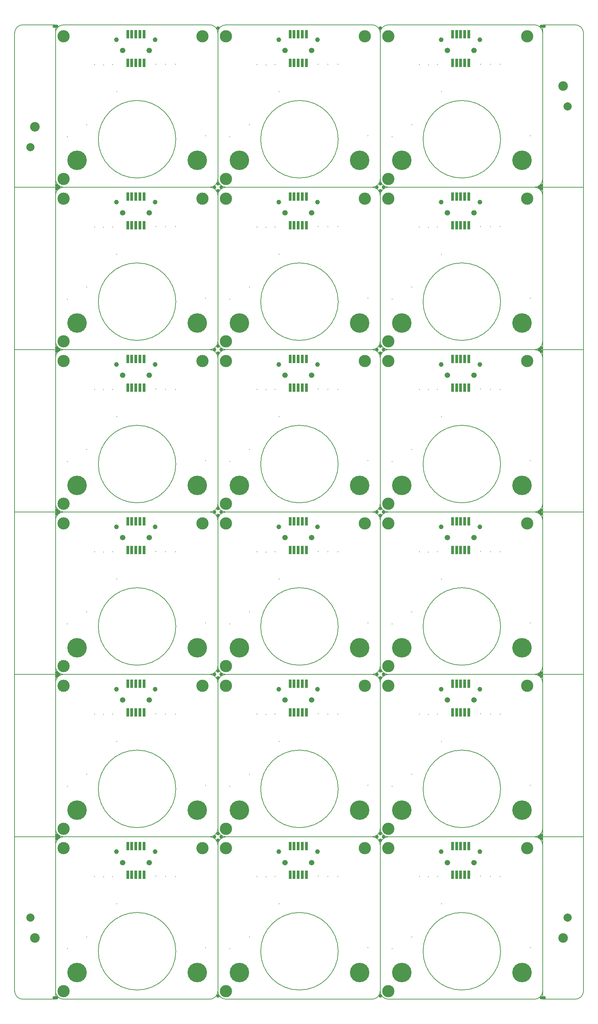
<source format=gbr>
G04 -- output software:jlccam v1.3.0 *
G04 -- dbname:*
G04 -- stepname:set*
G04 -- layer:bs*
*
G04 -- format*
%FSLAX26Y26*%
%MOIN*%
*
G04 -- apertures*
%ADD10C,0.188040*%
%ADD11C,0.035040*%
%ADD12R,0.026614X0.081732*%
%ADD13C,0.052134*%
%ADD14C,0.118110*%
%ADD15C,0.045276*%
%ADD16C,0.005904*%
%ADD17C,0.009842*%
%ADD18C,0.092520*%
%ADD19C,0.006000*%
%ADD20C,0.078740*%
%ADD21C,0.007874*%
%ADD22C,0.033544*%
*
G75*
G90*
*
G54D10*
%LPD*%
D10*
X601186Y257874D03*
X1761001D03*
D11*
X982261Y1423228D03*
X1356277D03*
D12*
X1090528Y1477361D03*
Y1199802D03*
X1129898Y1477361D03*
Y1199802D03*
X1169268Y1477361D03*
Y1199802D03*
X1208638Y1477361D03*
Y1199802D03*
X1248008Y1477361D03*
Y1199802D03*
D13*
X1041316Y1318897D03*
X1297222D03*
D14*
X472419Y78740D03*
X1811001Y1456692D03*
X472419D03*
D15*
X982279Y1423200D03*
X1356279D03*
D16*
X1554938Y462598D02*
G03Y462598I-374014D01*
X472419Y1566929D02*
G03X393679Y1488188J-78740D01*
X1881867Y0D02*
G03X1960608Y78740J78740D01*
X393679D02*
G03X472419Y0I78740D01*
X1960608Y1488188D02*
G03X1881867Y1566929I-78740D01*
G01*
X393679Y1488188D02*
Y78740D01*
X472419Y0D02*
X1881867D01*
X1960608Y78740D02*
Y1488188D01*
X1881867Y1566929D02*
X472419D01*
D17*
X507079Y487800D03*
X696779Y602400D03*
X771679Y1183100D03*
X858279Y1180600D03*
X944879Y1183100D03*
X984279Y921300D03*
X1362179Y1187500D03*
X1456679Y1185000D03*
X1551179D03*
X1842279Y497800D03*
D10*
X601186Y1824803D03*
X1761001D03*
D11*
X982261Y2990157D03*
X1356277D03*
D12*
X1090528Y3044290D03*
Y2766731D03*
X1129898Y3044290D03*
Y2766731D03*
X1169268Y3044290D03*
Y2766731D03*
X1208638Y3044290D03*
Y2766731D03*
X1248008Y3044290D03*
Y2766731D03*
D13*
X1041316Y2885826D03*
X1297222D03*
D14*
X472419Y1645669D03*
X1811001Y3023621D03*
X472419D03*
D15*
X982279Y2990129D03*
X1356279D03*
D16*
X1554938Y2029527D02*
G03Y2029527I-374014D01*
X472419Y3133858D02*
G03X393679Y3055117J-78740D01*
X1881867Y1566929D02*
G03X1960608Y1645669J78740D01*
X393679D02*
G03X472419Y1566929I78740D01*
X1960608Y3055117D02*
G03X1881867Y3133858I-78740D01*
G01*
X393679Y3055117D02*
Y1645669D01*
X472419Y1566929D02*
X1881867D01*
X1960608Y1645669D02*
Y3055117D01*
X1881867Y3133858D02*
X472419D01*
D17*
X507079Y2054729D03*
X696779Y2169329D03*
X771679Y2750029D03*
X858279Y2747529D03*
X944879Y2750029D03*
X984279Y2488229D03*
X1362179Y2754429D03*
X1456679Y2751929D03*
X1551179D03*
X1842279Y2064729D03*
D10*
X601186Y3391732D03*
X1761001D03*
D11*
X982261Y4557086D03*
X1356277D03*
D12*
X1090528Y4611219D03*
Y4333660D03*
X1129898Y4611219D03*
Y4333660D03*
X1169268Y4611219D03*
Y4333660D03*
X1208638Y4611219D03*
Y4333660D03*
X1248008Y4611219D03*
Y4333660D03*
D13*
X1041316Y4452755D03*
X1297222D03*
D14*
X472419Y3212598D03*
X1811001Y4590550D03*
X472419D03*
D15*
X982279Y4557058D03*
X1356279D03*
D16*
X1554938Y3596456D02*
G03Y3596456I-374014D01*
X472419Y4700787D02*
G03X393679Y4622046J-78740D01*
X1881867Y3133858D02*
G03X1960608Y3212598J78740D01*
X393679D02*
G03X472419Y3133858I78740D01*
X1960608Y4622046D02*
G03X1881867Y4700787I-78740D01*
G01*
X393679Y4622046D02*
Y3212598D01*
X472419Y3133858D02*
X1881867D01*
X1960608Y3212598D02*
Y4622046D01*
X1881867Y4700787D02*
X472419D01*
D17*
X507079Y3621658D03*
X696779Y3736258D03*
X771679Y4316958D03*
X858279Y4314458D03*
X944879Y4316958D03*
X984279Y4055158D03*
X1362179Y4321358D03*
X1456679Y4318858D03*
X1551179D03*
X1842279Y3631658D03*
D10*
X601186Y4958661D03*
X1761001D03*
D11*
X982261Y6124015D03*
X1356277D03*
D12*
X1090528Y6178148D03*
Y5900589D03*
X1129898Y6178148D03*
Y5900589D03*
X1169268Y6178148D03*
Y5900589D03*
X1208638Y6178148D03*
Y5900589D03*
X1248008Y6178148D03*
Y5900589D03*
D13*
X1041316Y6019684D03*
X1297222D03*
D14*
X472419Y4779527D03*
X1811001Y6157479D03*
X472419D03*
D15*
X982279Y6123987D03*
X1356279D03*
D16*
X1554938Y5163385D02*
G03Y5163385I-374014D01*
X472419Y6267716D02*
G03X393679Y6188975J-78740D01*
X1881867Y4700787D02*
G03X1960608Y4779527J78740D01*
X393679D02*
G03X472419Y4700787I78740D01*
X1960608Y6188975D02*
G03X1881867Y6267716I-78740D01*
G01*
X393679Y6188975D02*
Y4779527D01*
X472419Y4700787D02*
X1881867D01*
X1960608Y4779527D02*
Y6188975D01*
X1881867Y6267716D02*
X472419D01*
D17*
X507079Y5188587D03*
X696779Y5303187D03*
X771679Y5883887D03*
X858279Y5881387D03*
X944879Y5883887D03*
X984279Y5622087D03*
X1362179Y5888287D03*
X1456679Y5885787D03*
X1551179D03*
X1842279Y5198587D03*
D10*
X601186Y6525590D03*
X1761001D03*
D11*
X982261Y7690944D03*
X1356277D03*
D12*
X1090528Y7745077D03*
Y7467518D03*
X1129898Y7745077D03*
Y7467518D03*
X1169268Y7745077D03*
Y7467518D03*
X1208638Y7745077D03*
Y7467518D03*
X1248008Y7745077D03*
Y7467518D03*
D13*
X1041316Y7586613D03*
X1297222D03*
D14*
X472419Y6346456D03*
X1811001Y7724408D03*
X472419D03*
D15*
X982279Y7690916D03*
X1356279D03*
D16*
X1554938Y6730314D02*
G03Y6730314I-374014D01*
X472419Y7834645D02*
G03X393679Y7755904J-78740D01*
X1881867Y6267716D02*
G03X1960608Y6346456J78740D01*
X393679D02*
G03X472419Y6267716I78740D01*
X1960608Y7755904D02*
G03X1881867Y7834645I-78740D01*
G01*
X393679Y7755904D02*
Y6346456D01*
X472419Y6267716D02*
X1881867D01*
X1960608Y6346456D02*
Y7755904D01*
X1881867Y7834645D02*
X472419D01*
D17*
X507079Y6755516D03*
X696779Y6870116D03*
X771679Y7450816D03*
X858279Y7448316D03*
X944879Y7450816D03*
X984279Y7189016D03*
X1362179Y7455216D03*
X1456679Y7452716D03*
X1551179D03*
X1842279Y6765516D03*
D10*
X601186Y8092519D03*
X1761001D03*
D11*
X982261Y9257873D03*
X1356277D03*
D12*
X1090528Y9312006D03*
Y9034447D03*
X1129898Y9312006D03*
Y9034447D03*
X1169268Y9312006D03*
Y9034447D03*
X1208638Y9312006D03*
Y9034447D03*
X1248008Y9312006D03*
Y9034447D03*
D13*
X1041316Y9153542D03*
X1297222D03*
D14*
X472419Y7913385D03*
X1811001Y9291337D03*
X472419D03*
D15*
X982279Y9257845D03*
X1356279D03*
D16*
X1554938Y8297243D02*
G03Y8297243I-374014D01*
X472419Y9401574D02*
G03X393679Y9322833J-78740D01*
X1881867Y7834645D02*
G03X1960608Y7913385J78740D01*
X393679D02*
G03X472419Y7834645I78740D01*
X1960608Y9322833D02*
G03X1881867Y9401574I-78740D01*
G01*
X393679Y9322833D02*
Y7913385D01*
X472419Y7834645D02*
X1881867D01*
X1960608Y7913385D02*
Y9322833D01*
X1881867Y9401574D02*
X472419D01*
D17*
X507079Y8322445D03*
X696779Y8437045D03*
X771679Y9017745D03*
X858279Y9015245D03*
X944879Y9017745D03*
X984279Y8755945D03*
X1362179Y9022145D03*
X1456679Y9019645D03*
X1551179D03*
X1842279Y8332445D03*
D10*
X2168093Y257874D03*
X3327908D03*
D11*
X2549168Y1423228D03*
X2923184D03*
D12*
X2657435Y1477361D03*
Y1199802D03*
X2696805Y1477361D03*
Y1199802D03*
X2736175Y1477361D03*
Y1199802D03*
X2775545Y1477361D03*
Y1199802D03*
X2814915Y1477361D03*
Y1199802D03*
D13*
X2608223Y1318897D03*
X2864129D03*
D14*
X2039326Y78740D03*
X3377908Y1456692D03*
X2039326D03*
D15*
X2549186Y1423200D03*
X2923186D03*
D16*
X3121845Y462598D02*
G03Y462598I-374014D01*
X2039326Y1566929D02*
G03X1960586Y1488188J-78740D01*
X3448774Y0D02*
G03X3527515Y78740J78740D01*
X1960586D02*
G03X2039326Y0I78740D01*
X3527515Y1488188D02*
G03X3448774Y1566929I-78740D01*
G01*
X1960586Y1488188D02*
Y78740D01*
X2039326Y0D02*
X3448774D01*
X3527515Y78740D02*
Y1488188D01*
X3448774Y1566929D02*
X2039326D01*
D17*
X2073986Y487800D03*
X2263686Y602400D03*
X2338586Y1183100D03*
X2425186Y1180600D03*
X2511786Y1183100D03*
X2551186Y921300D03*
X2929086Y1187500D03*
X3023586Y1185000D03*
X3118086D03*
X3409186Y497800D03*
D10*
X2168093Y1824803D03*
X3327908D03*
D11*
X2549168Y2990157D03*
X2923184D03*
D12*
X2657435Y3044290D03*
Y2766731D03*
X2696805Y3044290D03*
Y2766731D03*
X2736175Y3044290D03*
Y2766731D03*
X2775545Y3044290D03*
Y2766731D03*
X2814915Y3044290D03*
Y2766731D03*
D13*
X2608223Y2885826D03*
X2864129D03*
D14*
X2039326Y1645669D03*
X3377908Y3023621D03*
X2039326D03*
D15*
X2549186Y2990129D03*
X2923186D03*
D16*
X3121845Y2029527D02*
G03Y2029527I-374014D01*
X2039326Y3133858D02*
G03X1960586Y3055117J-78740D01*
X3448774Y1566929D02*
G03X3527515Y1645669J78740D01*
X1960586D02*
G03X2039326Y1566929I78740D01*
X3527515Y3055117D02*
G03X3448774Y3133858I-78740D01*
G01*
X1960586Y3055117D02*
Y1645669D01*
X2039326Y1566929D02*
X3448774D01*
X3527515Y1645669D02*
Y3055117D01*
X3448774Y3133858D02*
X2039326D01*
D17*
X2073986Y2054729D03*
X2263686Y2169329D03*
X2338586Y2750029D03*
X2425186Y2747529D03*
X2511786Y2750029D03*
X2551186Y2488229D03*
X2929086Y2754429D03*
X3023586Y2751929D03*
X3118086D03*
X3409186Y2064729D03*
D10*
X2168093Y3391732D03*
X3327908D03*
D11*
X2549168Y4557086D03*
X2923184D03*
D12*
X2657435Y4611219D03*
Y4333660D03*
X2696805Y4611219D03*
Y4333660D03*
X2736175Y4611219D03*
Y4333660D03*
X2775545Y4611219D03*
Y4333660D03*
X2814915Y4611219D03*
Y4333660D03*
D13*
X2608223Y4452755D03*
X2864129D03*
D14*
X2039326Y3212598D03*
X3377908Y4590550D03*
X2039326D03*
D15*
X2549186Y4557058D03*
X2923186D03*
D16*
X3121845Y3596456D02*
G03Y3596456I-374014D01*
X2039326Y4700787D02*
G03X1960586Y4622046J-78740D01*
X3448774Y3133858D02*
G03X3527515Y3212598J78740D01*
X1960586D02*
G03X2039326Y3133858I78740D01*
X3527515Y4622046D02*
G03X3448774Y4700787I-78740D01*
G01*
X1960586Y4622046D02*
Y3212598D01*
X2039326Y3133858D02*
X3448774D01*
X3527515Y3212598D02*
Y4622046D01*
X3448774Y4700787D02*
X2039326D01*
D17*
X2073986Y3621658D03*
X2263686Y3736258D03*
X2338586Y4316958D03*
X2425186Y4314458D03*
X2511786Y4316958D03*
X2551186Y4055158D03*
X2929086Y4321358D03*
X3023586Y4318858D03*
X3118086D03*
X3409186Y3631658D03*
D10*
X2168093Y4958661D03*
X3327908D03*
D11*
X2549168Y6124015D03*
X2923184D03*
D12*
X2657435Y6178148D03*
Y5900589D03*
X2696805Y6178148D03*
Y5900589D03*
X2736175Y6178148D03*
Y5900589D03*
X2775545Y6178148D03*
Y5900589D03*
X2814915Y6178148D03*
Y5900589D03*
D13*
X2608223Y6019684D03*
X2864129D03*
D14*
X2039326Y4779527D03*
X3377908Y6157479D03*
X2039326D03*
D15*
X2549186Y6123987D03*
X2923186D03*
D16*
X3121845Y5163385D02*
G03Y5163385I-374014D01*
X2039326Y6267716D02*
G03X1960586Y6188975J-78740D01*
X3448774Y4700787D02*
G03X3527515Y4779527J78740D01*
X1960586D02*
G03X2039326Y4700787I78740D01*
X3527515Y6188975D02*
G03X3448774Y6267716I-78740D01*
G01*
X1960586Y6188975D02*
Y4779527D01*
X2039326Y4700787D02*
X3448774D01*
X3527515Y4779527D02*
Y6188975D01*
X3448774Y6267716D02*
X2039326D01*
D17*
X2073986Y5188587D03*
X2263686Y5303187D03*
X2338586Y5883887D03*
X2425186Y5881387D03*
X2511786Y5883887D03*
X2551186Y5622087D03*
X2929086Y5888287D03*
X3023586Y5885787D03*
X3118086D03*
X3409186Y5198587D03*
D10*
X2168093Y6525590D03*
X3327908D03*
D11*
X2549168Y7690944D03*
X2923184D03*
D12*
X2657435Y7745077D03*
Y7467518D03*
X2696805Y7745077D03*
Y7467518D03*
X2736175Y7745077D03*
Y7467518D03*
X2775545Y7745077D03*
Y7467518D03*
X2814915Y7745077D03*
Y7467518D03*
D13*
X2608223Y7586613D03*
X2864129D03*
D14*
X2039326Y6346456D03*
X3377908Y7724408D03*
X2039326D03*
D15*
X2549186Y7690916D03*
X2923186D03*
D16*
X3121845Y6730314D02*
G03Y6730314I-374014D01*
X2039326Y7834645D02*
G03X1960586Y7755904J-78740D01*
X3448774Y6267716D02*
G03X3527515Y6346456J78740D01*
X1960586D02*
G03X2039326Y6267716I78740D01*
X3527515Y7755904D02*
G03X3448774Y7834645I-78740D01*
G01*
X1960586Y7755904D02*
Y6346456D01*
X2039326Y6267716D02*
X3448774D01*
X3527515Y6346456D02*
Y7755904D01*
X3448774Y7834645D02*
X2039326D01*
D17*
X2073986Y6755516D03*
X2263686Y6870116D03*
X2338586Y7450816D03*
X2425186Y7448316D03*
X2511786Y7450816D03*
X2551186Y7189016D03*
X2929086Y7455216D03*
X3023586Y7452716D03*
X3118086D03*
X3409186Y6765516D03*
D10*
X2168093Y8092519D03*
X3327908D03*
D11*
X2549168Y9257873D03*
X2923184D03*
D12*
X2657435Y9312006D03*
Y9034447D03*
X2696805Y9312006D03*
Y9034447D03*
X2736175Y9312006D03*
Y9034447D03*
X2775545Y9312006D03*
Y9034447D03*
X2814915Y9312006D03*
Y9034447D03*
D13*
X2608223Y9153542D03*
X2864129D03*
D14*
X2039326Y7913385D03*
X3377908Y9291337D03*
X2039326D03*
D15*
X2549186Y9257845D03*
X2923186D03*
D16*
X3121845Y8297243D02*
G03Y8297243I-374014D01*
X2039326Y9401574D02*
G03X1960586Y9322833J-78740D01*
X3448774Y7834645D02*
G03X3527515Y7913385J78740D01*
X1960586D02*
G03X2039326Y7834645I78740D01*
X3527515Y9322833D02*
G03X3448774Y9401574I-78740D01*
G01*
X1960586Y9322833D02*
Y7913385D01*
X2039326Y7834645D02*
X3448774D01*
X3527515Y7913385D02*
Y9322833D01*
X3448774Y9401574D02*
X2039326D01*
D17*
X2073986Y8322445D03*
X2263686Y8437045D03*
X2338586Y9017745D03*
X2425186Y9015245D03*
X2511786Y9017745D03*
X2551186Y8755945D03*
X2929086Y9022145D03*
X3023586Y9019645D03*
X3118086D03*
X3409186Y8332445D03*
D10*
X3735000Y257874D03*
X4894815D03*
D11*
X4116075Y1423228D03*
X4490091D03*
D12*
X4224342Y1477361D03*
Y1199802D03*
X4263712Y1477361D03*
Y1199802D03*
X4303082Y1477361D03*
Y1199802D03*
X4342452Y1477361D03*
Y1199802D03*
X4381822Y1477361D03*
Y1199802D03*
D13*
X4175130Y1318897D03*
X4431036D03*
D14*
X3606233Y78740D03*
X4944815Y1456692D03*
X3606233D03*
D15*
X4116093Y1423200D03*
X4490093D03*
D16*
X4688752Y462598D02*
G03Y462598I-374014D01*
X3606233Y1566929D02*
G03X3527493Y1488188J-78740D01*
X5015681Y0D02*
G03X5094422Y78740J78740D01*
X3527493D02*
G03X3606233Y0I78740D01*
X5094422Y1488188D02*
G03X5015681Y1566929I-78740D01*
G01*
X3527493Y1488188D02*
Y78740D01*
X3606233Y0D02*
X5015681D01*
X5094422Y78740D02*
Y1488188D01*
X5015681Y1566929D02*
X3606233D01*
D17*
X3640893Y487800D03*
X3830593Y602400D03*
X3905493Y1183100D03*
X3992093Y1180600D03*
X4078693Y1183100D03*
X4118093Y921300D03*
X4495993Y1187500D03*
X4590493Y1185000D03*
X4684993D03*
X4976093Y497800D03*
D10*
X3735000Y1824803D03*
X4894815D03*
D11*
X4116075Y2990157D03*
X4490091D03*
D12*
X4224342Y3044290D03*
Y2766731D03*
X4263712Y3044290D03*
Y2766731D03*
X4303082Y3044290D03*
Y2766731D03*
X4342452Y3044290D03*
Y2766731D03*
X4381822Y3044290D03*
Y2766731D03*
D13*
X4175130Y2885826D03*
X4431036D03*
D14*
X3606233Y1645669D03*
X4944815Y3023621D03*
X3606233D03*
D15*
X4116093Y2990129D03*
X4490093D03*
D16*
X4688752Y2029527D02*
G03Y2029527I-374014D01*
X3606233Y3133858D02*
G03X3527493Y3055117J-78740D01*
X5015681Y1566929D02*
G03X5094422Y1645669J78740D01*
X3527493D02*
G03X3606233Y1566929I78740D01*
X5094422Y3055117D02*
G03X5015681Y3133858I-78740D01*
G01*
X3527493Y3055117D02*
Y1645669D01*
X3606233Y1566929D02*
X5015681D01*
X5094422Y1645669D02*
Y3055117D01*
X5015681Y3133858D02*
X3606233D01*
D17*
X3640893Y2054729D03*
X3830593Y2169329D03*
X3905493Y2750029D03*
X3992093Y2747529D03*
X4078693Y2750029D03*
X4118093Y2488229D03*
X4495993Y2754429D03*
X4590493Y2751929D03*
X4684993D03*
X4976093Y2064729D03*
D10*
X3735000Y3391732D03*
X4894815D03*
D11*
X4116075Y4557086D03*
X4490091D03*
D12*
X4224342Y4611219D03*
Y4333660D03*
X4263712Y4611219D03*
Y4333660D03*
X4303082Y4611219D03*
Y4333660D03*
X4342452Y4611219D03*
Y4333660D03*
X4381822Y4611219D03*
Y4333660D03*
D13*
X4175130Y4452755D03*
X4431036D03*
D14*
X3606233Y3212598D03*
X4944815Y4590550D03*
X3606233D03*
D15*
X4116093Y4557058D03*
X4490093D03*
D16*
X4688752Y3596456D02*
G03Y3596456I-374014D01*
X3606233Y4700787D02*
G03X3527493Y4622046J-78740D01*
X5015681Y3133858D02*
G03X5094422Y3212598J78740D01*
X3527493D02*
G03X3606233Y3133858I78740D01*
X5094422Y4622046D02*
G03X5015681Y4700787I-78740D01*
G01*
X3527493Y4622046D02*
Y3212598D01*
X3606233Y3133858D02*
X5015681D01*
X5094422Y3212598D02*
Y4622046D01*
X5015681Y4700787D02*
X3606233D01*
D17*
X3640893Y3621658D03*
X3830593Y3736258D03*
X3905493Y4316958D03*
X3992093Y4314458D03*
X4078693Y4316958D03*
X4118093Y4055158D03*
X4495993Y4321358D03*
X4590493Y4318858D03*
X4684993D03*
X4976093Y3631658D03*
D10*
X3735000Y4958661D03*
X4894815D03*
D11*
X4116075Y6124015D03*
X4490091D03*
D12*
X4224342Y6178148D03*
Y5900589D03*
X4263712Y6178148D03*
Y5900589D03*
X4303082Y6178148D03*
Y5900589D03*
X4342452Y6178148D03*
Y5900589D03*
X4381822Y6178148D03*
Y5900589D03*
D13*
X4175130Y6019684D03*
X4431036D03*
D14*
X3606233Y4779527D03*
X4944815Y6157479D03*
X3606233D03*
D15*
X4116093Y6123987D03*
X4490093D03*
D16*
X4688752Y5163385D02*
G03Y5163385I-374014D01*
X3606233Y6267716D02*
G03X3527493Y6188975J-78740D01*
X5015681Y4700787D02*
G03X5094422Y4779527J78740D01*
X3527493D02*
G03X3606233Y4700787I78740D01*
X5094422Y6188975D02*
G03X5015681Y6267716I-78740D01*
G01*
X3527493Y6188975D02*
Y4779527D01*
X3606233Y4700787D02*
X5015681D01*
X5094422Y4779527D02*
Y6188975D01*
X5015681Y6267716D02*
X3606233D01*
D17*
X3640893Y5188587D03*
X3830593Y5303187D03*
X3905493Y5883887D03*
X3992093Y5881387D03*
X4078693Y5883887D03*
X4118093Y5622087D03*
X4495993Y5888287D03*
X4590493Y5885787D03*
X4684993D03*
X4976093Y5198587D03*
D10*
X3735000Y6525590D03*
X4894815D03*
D11*
X4116075Y7690944D03*
X4490091D03*
D12*
X4224342Y7745077D03*
Y7467518D03*
X4263712Y7745077D03*
Y7467518D03*
X4303082Y7745077D03*
Y7467518D03*
X4342452Y7745077D03*
Y7467518D03*
X4381822Y7745077D03*
Y7467518D03*
D13*
X4175130Y7586613D03*
X4431036D03*
D14*
X3606233Y6346456D03*
X4944815Y7724408D03*
X3606233D03*
D15*
X4116093Y7690916D03*
X4490093D03*
D16*
X4688752Y6730314D02*
G03Y6730314I-374014D01*
X3606233Y7834645D02*
G03X3527493Y7755904J-78740D01*
X5015681Y6267716D02*
G03X5094422Y6346456J78740D01*
X3527493D02*
G03X3606233Y6267716I78740D01*
X5094422Y7755904D02*
G03X5015681Y7834645I-78740D01*
G01*
X3527493Y7755904D02*
Y6346456D01*
X3606233Y6267716D02*
X5015681D01*
X5094422Y6346456D02*
Y7755904D01*
X5015681Y7834645D02*
X3606233D01*
D17*
X3640893Y6755516D03*
X3830593Y6870116D03*
X3905493Y7450816D03*
X3992093Y7448316D03*
X4078693Y7450816D03*
X4118093Y7189016D03*
X4495993Y7455216D03*
X4590493Y7452716D03*
X4684993D03*
X4976093Y6765516D03*
D10*
X3735000Y8092519D03*
X4894815D03*
D11*
X4116075Y9257873D03*
X4490091D03*
D12*
X4224342Y9312006D03*
Y9034447D03*
X4263712Y9312006D03*
Y9034447D03*
X4303082Y9312006D03*
Y9034447D03*
X4342452Y9312006D03*
Y9034447D03*
X4381822Y9312006D03*
Y9034447D03*
D13*
X4175130Y9153542D03*
X4431036D03*
D14*
X3606233Y7913385D03*
X4944815Y9291337D03*
X3606233D03*
D15*
X4116093Y9257845D03*
X4490093D03*
D16*
X4688752Y8297243D02*
G03Y8297243I-374014D01*
X3606233Y9401574D02*
G03X3527493Y9322833J-78740D01*
X5015681Y7834645D02*
G03X5094422Y7913385J78740D01*
X3527493D02*
G03X3606233Y7834645I78740D01*
X5094422Y9322833D02*
G03X5015681Y9401574I-78740D01*
G01*
X3527493Y9322833D02*
Y7913385D01*
X3606233Y7834645D02*
X5015681D01*
X5094422Y7913385D02*
Y9322833D01*
X5015681Y9401574D02*
X3606233D01*
D17*
X3640893Y8322445D03*
X3830593Y8437045D03*
X3905493Y9017745D03*
X3992093Y9015245D03*
X4078693Y9017745D03*
X4118093Y8755945D03*
X4495993Y9022145D03*
X4590493Y9019645D03*
X4684993D03*
X4976093Y8332445D03*
%LPD*%
D18*
X196850Y590551D03*
X5291271D03*
Y8811022D03*
X196850Y8417322D03*
G01*
D19*
X393700Y0D02*
X393679Y78740D01*
Y78740D01*
Y1488188D02*
Y1488188D01*
Y1645669D01*
Y1645669D01*
Y3055117D02*
Y3055117D01*
Y3212598D01*
Y3212598D01*
Y4622046D02*
Y4622046D01*
Y4779527D01*
Y4779527D01*
Y6188975D02*
Y6188975D01*
Y6346456D01*
Y6346456D01*
Y7755904D02*
Y7755904D01*
Y7913385D01*
Y7913385D01*
Y9322833D02*
Y9322833D01*
X393700Y9401574D01*
X78740D01*
G03X0Y9322833J-78740D01*
G01*
Y78740D01*
G03X78740Y0I78740D01*
G01*
X393700D01*
X5094421D02*
Y78740D01*
Y78740D01*
Y1488188D02*
Y1488188D01*
Y1645669D01*
Y1645669D01*
Y3055117D02*
Y3055117D01*
Y3212598D01*
Y3212598D01*
Y4622046D02*
Y4622046D01*
Y4779527D01*
Y4779527D01*
Y6188975D02*
Y6188975D01*
Y6346456D01*
Y6346456D01*
Y7755904D02*
Y7755904D01*
Y7913385D01*
Y7913385D01*
Y9322833D02*
Y9322833D01*
Y9401574D01*
X5409381D01*
G02X5488121Y9322833J-78740D01*
G01*
Y78740D01*
G02X5409381Y0I-78739D01*
G01*
X5094421D01*
D20*
X151575Y787401D03*
X5336546D03*
Y8614172D03*
X151575Y8220471D03*
D21*
X0Y1566929D02*
X393700D01*
X5488122D02*
X5094421D01*
X0Y3133858D02*
X393700D01*
X5488122D02*
X5094421D01*
X0Y4700787D02*
X393700D01*
X5488122D02*
X5094421D01*
X0Y6267716D02*
X393700D01*
X5488122D02*
X5094421D01*
X0Y7834645D02*
X393700D01*
X5488122D02*
X5094421D01*
D22*
X406530Y15282D03*
X1960594Y31977D03*
X3527501D03*
X5081585Y15192D03*
X5081584Y9386271D03*
X3527501Y9369595D03*
X1960594D03*
X406529Y9386400D03*
X5107255Y12834D03*
X5107254Y9388737D03*
X380860Y12834D03*
X381232Y9388723D03*
X1928608Y7834643D03*
X1960594Y7866622D03*
X1992580Y7834643D03*
X3495515D03*
X3527501Y7866622D03*
X3559487Y7834643D03*
X5081584Y7819334D03*
X5062422Y7834643D03*
X5081584Y7849836D03*
X406513Y7849945D03*
X425673Y7834643D03*
X406513Y7819454D03*
X1928608Y6267714D03*
X1960594Y6299693D03*
X1992580Y6267714D03*
X3495515D03*
X3527501Y6299693D03*
X3559487Y6267714D03*
X5081584Y6252405D03*
X5062422Y6267714D03*
X5081584Y6282907D03*
X406513Y6283016D03*
X425673Y6267714D03*
X406513Y6252525D03*
X1928608Y4700785D03*
X1960594Y4732764D03*
X1992580Y4700785D03*
X3495515D03*
X3527501Y4732764D03*
X3559487Y4700785D03*
X5081584Y4685476D03*
X5062422Y4700785D03*
X5081584Y4715978D03*
X406513Y4716087D03*
X425673Y4700785D03*
X406513Y4685596D03*
X3495515Y3133856D03*
X3527501Y3165835D03*
X3559487Y3133856D03*
X1928608D03*
X1960594Y3165835D03*
X1992580Y3133856D03*
X5081584Y3118547D03*
X5062422Y3133856D03*
X5081584Y3149049D03*
X406513Y3149158D03*
X425673Y3133856D03*
X406513Y3118667D03*
X1928608Y1566927D03*
X1960594Y1598906D03*
X1992580Y1566927D03*
X3495515D03*
X3527501Y1598906D03*
X3559487Y1566927D03*
X5081584Y1551618D03*
X5062422Y1566927D03*
X5081584Y1582120D03*
X406513Y1582229D03*
X425673Y1566927D03*
X406513Y1551738D03*
X1960778Y7801734D03*
X3527685D03*
Y6234805D03*
Y4667876D03*
Y3100947D03*
Y1534018D03*
X1960778D03*
Y3100947D03*
Y4667876D03*
Y6234805D03*
M02*

</source>
